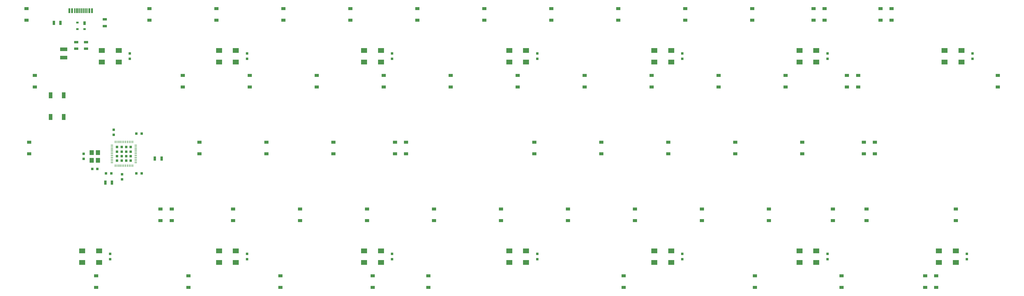
<source format=gbp>
G04 #@! TF.GenerationSoftware,KiCad,Pcbnew,(5.1.10)-1*
G04 #@! TF.CreationDate,2021-06-19T15:41:07+07:00*
G04 #@! TF.ProjectId,Voyager60,566f7961-6765-4723-9630-2e6b69636164,rev?*
G04 #@! TF.SameCoordinates,Original*
G04 #@! TF.FileFunction,Paste,Bot*
G04 #@! TF.FilePolarity,Positive*
%FSLAX46Y46*%
G04 Gerber Fmt 4.6, Leading zero omitted, Abs format (unit mm)*
G04 Created by KiCad (PCBNEW (5.1.10)-1) date 2021-06-19 15:41:07*
%MOMM*%
%LPD*%
G01*
G04 APERTURE LIST*
%ADD10R,0.750000X0.800000*%
%ADD11R,1.200000X0.900000*%
%ADD12R,2.030000X1.140000*%
%ADD13R,1.300000X0.700000*%
%ADD14R,0.700000X1.300000*%
%ADD15R,0.700000X0.600000*%
%ADD16R,0.700000X1.000000*%
%ADD17R,1.200000X1.400000*%
%ADD18R,0.300000X1.450000*%
%ADD19R,0.600000X1.450000*%
%ADD20R,0.800000X0.750000*%
%ADD21R,0.772500X0.772500*%
%ADD22R,0.700000X0.250000*%
%ADD23R,0.250000X0.700000*%
%ADD24R,1.100000X1.800000*%
%ADD25R,1.800000X1.400000*%
G04 APERTURE END LIST*
D10*
X52578000Y-74942000D03*
X52578000Y-76442000D03*
D11*
X25400000Y-31018750D03*
X25400000Y-27718750D03*
X60325000Y-31018750D03*
X60325000Y-27718750D03*
X79375000Y-27718750D03*
X79375000Y-31018750D03*
X98425000Y-31018750D03*
X98425000Y-27718750D03*
X117475000Y-27718750D03*
X117475000Y-31018750D03*
X136525000Y-31018750D03*
X136525000Y-27718750D03*
X155575000Y-27718750D03*
X155575000Y-31018750D03*
X174625000Y-31018750D03*
X174625000Y-27718750D03*
X193675000Y-31018750D03*
X193675000Y-27718750D03*
X212725000Y-31018750D03*
X212725000Y-27718750D03*
X231775000Y-27718750D03*
X231775000Y-31018750D03*
X249237500Y-31018750D03*
X249237500Y-27718750D03*
X252412500Y-31018750D03*
X252412500Y-27718750D03*
X271462500Y-27718750D03*
X271462500Y-31018750D03*
X27781250Y-50068750D03*
X27781250Y-46768750D03*
X69850000Y-50068750D03*
X69850000Y-46768750D03*
X88900000Y-50068750D03*
X88900000Y-46768750D03*
X107950000Y-46768750D03*
X107950000Y-50068750D03*
X127000000Y-46768750D03*
X127000000Y-50068750D03*
X146050000Y-50068750D03*
X146050000Y-46768750D03*
X165100000Y-46768750D03*
X165100000Y-50068750D03*
X184150000Y-46768750D03*
X184150000Y-50068750D03*
X203200000Y-50068750D03*
X203200000Y-46768750D03*
X222250000Y-46768750D03*
X222250000Y-50068750D03*
X241300000Y-50068750D03*
X241300000Y-46768750D03*
X258762500Y-46768750D03*
X258762500Y-50068750D03*
X261937500Y-46768750D03*
X261937500Y-50068750D03*
X301625000Y-46768750D03*
X301625000Y-50068750D03*
X280987500Y-107218750D03*
X280987500Y-103918750D03*
X26193750Y-69118750D03*
X26193750Y-65818750D03*
X74612500Y-65818750D03*
X74612500Y-69118750D03*
X93662500Y-65818750D03*
X93662500Y-69118750D03*
X112712500Y-69118750D03*
X112712500Y-65818750D03*
X130175000Y-69118750D03*
X130175000Y-65818750D03*
X133350000Y-69118750D03*
X133350000Y-65818750D03*
X169862500Y-65818750D03*
X169862500Y-69118750D03*
X188912500Y-65818750D03*
X188912500Y-69118750D03*
X207962500Y-65818750D03*
X207962500Y-69118750D03*
X227012500Y-69118750D03*
X227012500Y-65818750D03*
X246062500Y-65818750D03*
X246062500Y-69118750D03*
X263525000Y-65818750D03*
X263525000Y-69118750D03*
X266700000Y-65818750D03*
X266700000Y-69118750D03*
X66675000Y-88168750D03*
X66675000Y-84868750D03*
X84137500Y-88168750D03*
X84137500Y-84868750D03*
X103187500Y-84868750D03*
X103187500Y-88168750D03*
X122237500Y-88168750D03*
X122237500Y-84868750D03*
X141287500Y-84868750D03*
X141287500Y-88168750D03*
X160337500Y-84868750D03*
X160337500Y-88168750D03*
X179387500Y-84868750D03*
X179387500Y-88168750D03*
X198437500Y-84868750D03*
X198437500Y-88168750D03*
X217487500Y-88168750D03*
X217487500Y-84868750D03*
X236537500Y-88168750D03*
X236537500Y-84868750D03*
X254793750Y-88168750D03*
X254793750Y-84868750D03*
X264318750Y-84868750D03*
X264318750Y-88168750D03*
X289718750Y-84868750D03*
X289718750Y-88168750D03*
X45243750Y-103918750D03*
X45243750Y-107218750D03*
X71437500Y-107218750D03*
X71437500Y-103918750D03*
X139700000Y-107218750D03*
X139700000Y-103918750D03*
X232568750Y-107218750D03*
X232568750Y-103918750D03*
X257175000Y-107218750D03*
X257175000Y-103918750D03*
X284162500Y-103918750D03*
X284162500Y-107218750D03*
X97631250Y-107218750D03*
X97631250Y-103918750D03*
X268287500Y-31018750D03*
X268287500Y-27718750D03*
D12*
X35941000Y-39281250D03*
X35941000Y-41681250D03*
D13*
X39497000Y-39177000D03*
X39497000Y-37277000D03*
X42291000Y-37277000D03*
X42291000Y-39177000D03*
D14*
X49718000Y-77343000D03*
X47818000Y-77343000D03*
X63815000Y-70485000D03*
X61915000Y-70485000D03*
X35081250Y-31750000D03*
X33181250Y-31750000D03*
D13*
X47625000Y-32700000D03*
X47625000Y-30800000D03*
D15*
X39894000Y-33589000D03*
X41894000Y-33589000D03*
X39894000Y-31689000D03*
D16*
X41894000Y-31889000D03*
D17*
X43981000Y-68750000D03*
X43981000Y-70950000D03*
X45681000Y-70950000D03*
X45681000Y-68750000D03*
D18*
X40587600Y-28332500D03*
X41087600Y-28332500D03*
X41587600Y-28332500D03*
X40087600Y-28332500D03*
X42087600Y-28332500D03*
X39587600Y-28332500D03*
X42587600Y-28332500D03*
X39087600Y-28332500D03*
D19*
X38387600Y-28332500D03*
X43287600Y-28332500D03*
X37612600Y-28332500D03*
X44062600Y-28332500D03*
D11*
X63500000Y-84868750D03*
X63500000Y-88168750D03*
X123825000Y-107218750D03*
X123825000Y-103918750D03*
X195262500Y-103918750D03*
X195262500Y-107218750D03*
D20*
X56654000Y-74676000D03*
X58154000Y-74676000D03*
D10*
X50165000Y-63742000D03*
X50165000Y-62242000D03*
D20*
X49518000Y-74676000D03*
X48018000Y-74676000D03*
X58154000Y-63373000D03*
X56654000Y-63373000D03*
D10*
X41656000Y-69100000D03*
X41656000Y-70600000D03*
D20*
X45581000Y-73406000D03*
X44081000Y-73406000D03*
D21*
X55041403Y-71076441D03*
X53753903Y-71076441D03*
X52466403Y-71076441D03*
X51178903Y-71076441D03*
X55041403Y-69788941D03*
X53753903Y-69788941D03*
X52466403Y-69788941D03*
X51178903Y-69788941D03*
X55041403Y-68501441D03*
X53753903Y-68501441D03*
X52466403Y-68501441D03*
X51178903Y-68501441D03*
X55041403Y-67213941D03*
X53753903Y-67213941D03*
X52466403Y-67213941D03*
X51178903Y-67213941D03*
D22*
X56510153Y-71645191D03*
X56510153Y-71145191D03*
X56510153Y-70645191D03*
X56510153Y-70145191D03*
X56510153Y-69645191D03*
X56510153Y-69145191D03*
X56510153Y-68645191D03*
X56510153Y-68145191D03*
X56510153Y-67645191D03*
X56510153Y-67145191D03*
X56510153Y-66645191D03*
D23*
X55610153Y-65745191D03*
X55110153Y-65745191D03*
X54610153Y-65745191D03*
X54110153Y-65745191D03*
X53610153Y-65745191D03*
X53110153Y-65745191D03*
X52610153Y-65745191D03*
X52110153Y-65745191D03*
X51610153Y-65745191D03*
X51110153Y-65745191D03*
X50610153Y-65745191D03*
D22*
X49710153Y-66645191D03*
X49710153Y-67145191D03*
X49710153Y-67645191D03*
X49710153Y-68145191D03*
X49710153Y-68645191D03*
X49710153Y-69145191D03*
X49710153Y-69645191D03*
X49710153Y-70145191D03*
X49710153Y-70645191D03*
X49710153Y-71145191D03*
X49710153Y-71645191D03*
D23*
X50610153Y-72545191D03*
X51110153Y-72545191D03*
X51610153Y-72545191D03*
X52110153Y-72545191D03*
X52610153Y-72545191D03*
X53110153Y-72545191D03*
X53610153Y-72545191D03*
X54110153Y-72545191D03*
X54610153Y-72545191D03*
X55110153Y-72545191D03*
X55610153Y-72545191D03*
D24*
X32281250Y-52462500D03*
X35981250Y-58662500D03*
X35981250Y-52462500D03*
X32281250Y-58662500D03*
D10*
X54768750Y-40525000D03*
X54768750Y-42025000D03*
X88106250Y-42025000D03*
X88106250Y-40525000D03*
X129381250Y-40525000D03*
X129381250Y-42025000D03*
X170656250Y-42025000D03*
X170656250Y-40525000D03*
X211931250Y-40525000D03*
X211931250Y-42025000D03*
X253206250Y-42025000D03*
X253206250Y-40525000D03*
X294481250Y-40525000D03*
X294481250Y-42025000D03*
X292893750Y-99175000D03*
X292893750Y-97675000D03*
X253206250Y-97675000D03*
X253206250Y-99175000D03*
X211931250Y-99175000D03*
X211931250Y-97675000D03*
X170656250Y-97675000D03*
X170656250Y-99175000D03*
X129381250Y-99175000D03*
X129381250Y-97675000D03*
X88106250Y-97675000D03*
X88106250Y-99175000D03*
X49212500Y-99175000D03*
X49212500Y-97675000D03*
D25*
X51612500Y-39625000D03*
X51612500Y-42925000D03*
X46812500Y-42925000D03*
X46812500Y-39625000D03*
X284937500Y-96775000D03*
X284937500Y-100075000D03*
X289737500Y-100075000D03*
X289737500Y-96775000D03*
X84950000Y-39625000D03*
X84950000Y-42925000D03*
X80150000Y-42925000D03*
X80150000Y-39625000D03*
X245250000Y-96775000D03*
X245250000Y-100075000D03*
X250050000Y-100075000D03*
X250050000Y-96775000D03*
X126225000Y-39625000D03*
X126225000Y-42925000D03*
X121425000Y-42925000D03*
X121425000Y-39625000D03*
X208775000Y-96775000D03*
X208775000Y-100075000D03*
X203975000Y-100075000D03*
X203975000Y-96775000D03*
X167500000Y-39625000D03*
X167500000Y-42925000D03*
X162700000Y-42925000D03*
X162700000Y-39625000D03*
X162700000Y-96775000D03*
X162700000Y-100075000D03*
X167500000Y-100075000D03*
X167500000Y-96775000D03*
X208775000Y-39625000D03*
X208775000Y-42925000D03*
X203975000Y-42925000D03*
X203975000Y-39625000D03*
X121425000Y-96775000D03*
X121425000Y-100075000D03*
X126225000Y-100075000D03*
X126225000Y-96775000D03*
X250050000Y-39625000D03*
X250050000Y-42925000D03*
X245250000Y-42925000D03*
X245250000Y-39625000D03*
X84950000Y-96775000D03*
X84950000Y-100075000D03*
X80150000Y-100075000D03*
X80150000Y-96775000D03*
X286525000Y-39625000D03*
X286525000Y-42925000D03*
X291325000Y-42925000D03*
X291325000Y-39625000D03*
X46056250Y-96775000D03*
X46056250Y-100075000D03*
X41256250Y-100075000D03*
X41256250Y-96775000D03*
M02*

</source>
